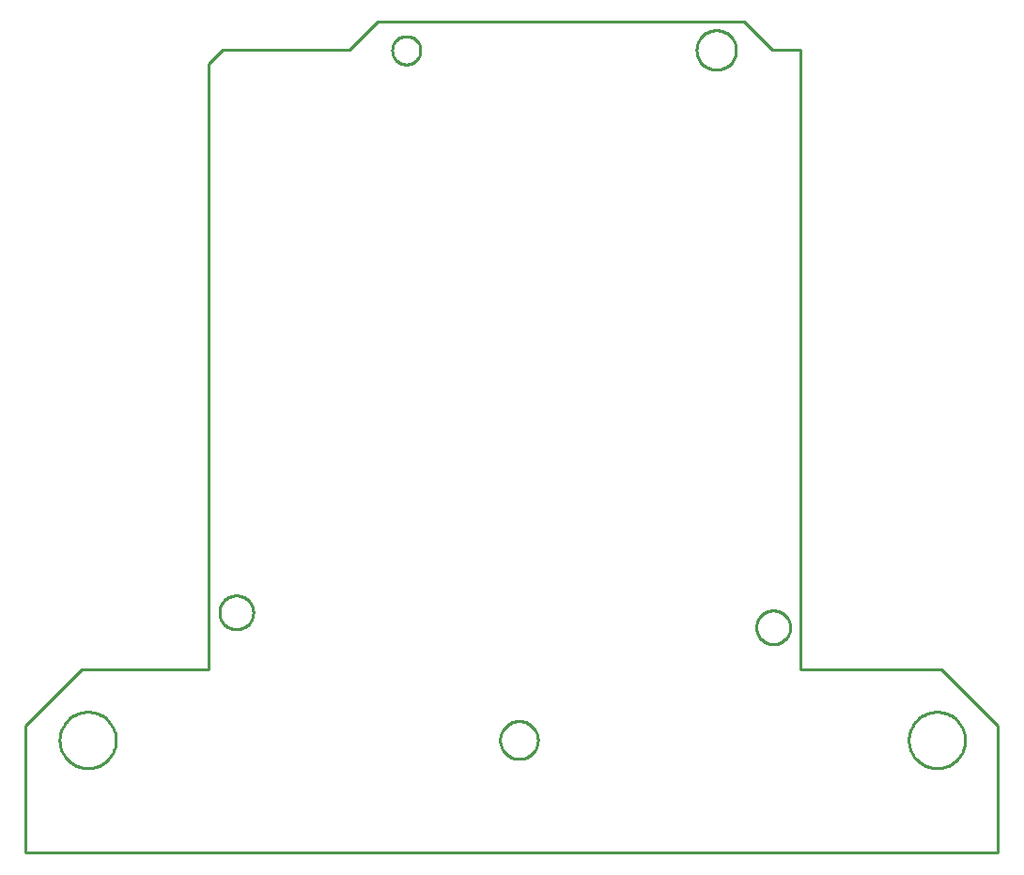
<source format=gbr>
G04 EAGLE Gerber X2 export*
%TF.Part,Single*%
%TF.FileFunction,Profile,NP*%
%TF.FilePolarity,Positive*%
%TF.GenerationSoftware,Autodesk,EAGLE,8.6.1*%
%TF.CreationDate,2018-05-08T23:05:54Z*%
G75*
%MOMM*%
%FSLAX34Y34*%
%LPD*%
%AMOC8*
5,1,8,0,0,1.08239X$1,22.5*%
G01*
%ADD10C,0.254000*%


D10*
X-127000Y-800100D02*
X749300Y-800100D01*
X749300Y-685800D01*
X698500Y-635000D01*
X571500Y-635000D01*
X571500Y-76200D01*
X546100Y-76200D01*
X520700Y-50800D01*
X190500Y-50800D01*
X165100Y-76200D01*
X50800Y-76200D01*
X38100Y-88900D01*
X38100Y-635000D01*
X-76200Y-635000D01*
X-127000Y-685800D01*
X-127000Y-800100D01*
X77978Y-583982D02*
X77900Y-585068D01*
X77745Y-586146D01*
X77514Y-587209D01*
X77207Y-588254D01*
X76827Y-589274D01*
X76375Y-590264D01*
X75853Y-591219D01*
X75264Y-592135D01*
X74612Y-593007D01*
X73899Y-593829D01*
X73129Y-594599D01*
X72307Y-595312D01*
X71435Y-595964D01*
X70519Y-596553D01*
X69564Y-597075D01*
X68574Y-597527D01*
X67554Y-597907D01*
X66509Y-598214D01*
X65446Y-598445D01*
X64368Y-598600D01*
X63282Y-598678D01*
X62194Y-598678D01*
X61108Y-598600D01*
X60030Y-598445D01*
X58967Y-598214D01*
X57922Y-597907D01*
X56902Y-597527D01*
X55912Y-597075D01*
X54957Y-596553D01*
X54041Y-595964D01*
X53169Y-595312D01*
X52347Y-594599D01*
X51577Y-593829D01*
X50864Y-593007D01*
X50212Y-592135D01*
X49623Y-591219D01*
X49101Y-590264D01*
X48649Y-589274D01*
X48269Y-588254D01*
X47962Y-587209D01*
X47731Y-586146D01*
X47576Y-585068D01*
X47498Y-583982D01*
X47498Y-582894D01*
X47576Y-581808D01*
X47731Y-580730D01*
X47962Y-579667D01*
X48269Y-578622D01*
X48649Y-577602D01*
X49101Y-576612D01*
X49623Y-575657D01*
X50212Y-574741D01*
X50864Y-573869D01*
X51577Y-573047D01*
X52347Y-572277D01*
X53169Y-571564D01*
X54041Y-570912D01*
X54957Y-570323D01*
X55912Y-569801D01*
X56902Y-569349D01*
X57922Y-568969D01*
X58967Y-568662D01*
X60030Y-568431D01*
X61108Y-568276D01*
X62194Y-568198D01*
X63282Y-568198D01*
X64368Y-568276D01*
X65446Y-568431D01*
X66509Y-568662D01*
X67554Y-568969D01*
X68574Y-569349D01*
X69564Y-569801D01*
X70519Y-570323D01*
X71435Y-570912D01*
X72307Y-571564D01*
X73129Y-572277D01*
X73899Y-573047D01*
X74612Y-573869D01*
X75264Y-574741D01*
X75853Y-575657D01*
X76375Y-576612D01*
X76827Y-577602D01*
X77207Y-578622D01*
X77514Y-579667D01*
X77745Y-580730D01*
X77900Y-581808D01*
X77978Y-582894D01*
X77978Y-583982D01*
X561848Y-597444D02*
X561770Y-598530D01*
X561615Y-599608D01*
X561384Y-600671D01*
X561077Y-601716D01*
X560697Y-602736D01*
X560245Y-603726D01*
X559723Y-604681D01*
X559134Y-605597D01*
X558482Y-606469D01*
X557769Y-607291D01*
X556999Y-608061D01*
X556177Y-608774D01*
X555305Y-609426D01*
X554389Y-610015D01*
X553434Y-610537D01*
X552444Y-610989D01*
X551424Y-611369D01*
X550379Y-611676D01*
X549316Y-611907D01*
X548238Y-612062D01*
X547152Y-612140D01*
X546064Y-612140D01*
X544978Y-612062D01*
X543900Y-611907D01*
X542837Y-611676D01*
X541792Y-611369D01*
X540772Y-610989D01*
X539782Y-610537D01*
X538827Y-610015D01*
X537911Y-609426D01*
X537039Y-608774D01*
X536217Y-608061D01*
X535447Y-607291D01*
X534734Y-606469D01*
X534082Y-605597D01*
X533493Y-604681D01*
X532971Y-603726D01*
X532519Y-602736D01*
X532139Y-601716D01*
X531832Y-600671D01*
X531601Y-599608D01*
X531446Y-598530D01*
X531368Y-597444D01*
X531368Y-596356D01*
X531446Y-595270D01*
X531601Y-594192D01*
X531832Y-593129D01*
X532139Y-592084D01*
X532519Y-591064D01*
X532971Y-590074D01*
X533493Y-589119D01*
X534082Y-588203D01*
X534734Y-587331D01*
X535447Y-586509D01*
X536217Y-585739D01*
X537039Y-585026D01*
X537911Y-584374D01*
X538827Y-583785D01*
X539782Y-583263D01*
X540772Y-582811D01*
X541792Y-582431D01*
X542837Y-582124D01*
X543900Y-581893D01*
X544978Y-581738D01*
X546064Y-581660D01*
X547152Y-581660D01*
X548238Y-581738D01*
X549316Y-581893D01*
X550379Y-582124D01*
X551424Y-582431D01*
X552444Y-582811D01*
X553434Y-583263D01*
X554389Y-583785D01*
X555305Y-584374D01*
X556177Y-585026D01*
X556999Y-585739D01*
X557769Y-586509D01*
X558482Y-587331D01*
X559134Y-588203D01*
X559723Y-589119D01*
X560245Y-590074D01*
X560697Y-591064D01*
X561077Y-592084D01*
X561384Y-593129D01*
X561615Y-594192D01*
X561770Y-595270D01*
X561848Y-596356D01*
X561848Y-597444D01*
X513080Y-76782D02*
X513004Y-77944D01*
X512852Y-79098D01*
X512625Y-80240D01*
X512324Y-81364D01*
X511949Y-82466D01*
X511504Y-83542D01*
X510989Y-84586D01*
X510407Y-85594D01*
X509760Y-86562D01*
X509052Y-87486D01*
X508284Y-88361D01*
X507461Y-89184D01*
X506586Y-89952D01*
X505662Y-90660D01*
X504694Y-91307D01*
X503686Y-91889D01*
X502642Y-92404D01*
X501566Y-92849D01*
X500464Y-93224D01*
X499340Y-93525D01*
X498198Y-93752D01*
X497044Y-93904D01*
X495882Y-93980D01*
X494718Y-93980D01*
X493556Y-93904D01*
X492402Y-93752D01*
X491260Y-93525D01*
X490136Y-93224D01*
X489034Y-92849D01*
X487958Y-92404D01*
X486914Y-91889D01*
X485906Y-91307D01*
X484938Y-90660D01*
X484014Y-89952D01*
X483139Y-89184D01*
X482316Y-88361D01*
X481549Y-87486D01*
X480840Y-86562D01*
X480193Y-85594D01*
X479611Y-84586D01*
X479096Y-83542D01*
X478651Y-82466D01*
X478277Y-81364D01*
X477975Y-80240D01*
X477748Y-79098D01*
X477596Y-77944D01*
X477520Y-76782D01*
X477520Y-75618D01*
X477596Y-74456D01*
X477748Y-73302D01*
X477975Y-72160D01*
X478277Y-71036D01*
X478651Y-69934D01*
X479096Y-68858D01*
X479611Y-67814D01*
X480193Y-66806D01*
X480840Y-65838D01*
X481549Y-64914D01*
X482316Y-64039D01*
X483139Y-63216D01*
X484014Y-62449D01*
X484938Y-61740D01*
X485906Y-61093D01*
X486914Y-60511D01*
X487958Y-59996D01*
X489034Y-59551D01*
X490136Y-59177D01*
X491260Y-58875D01*
X492402Y-58648D01*
X493556Y-58496D01*
X494718Y-58420D01*
X495882Y-58420D01*
X497044Y-58496D01*
X498198Y-58648D01*
X499340Y-58875D01*
X500464Y-59177D01*
X501566Y-59551D01*
X502642Y-59996D01*
X503686Y-60511D01*
X504694Y-61093D01*
X505662Y-61740D01*
X506586Y-62449D01*
X507461Y-63216D01*
X508284Y-64039D01*
X509052Y-64914D01*
X509760Y-65838D01*
X510407Y-66806D01*
X510989Y-67814D01*
X511504Y-68858D01*
X511949Y-69934D01*
X512324Y-71036D01*
X512625Y-72160D01*
X512852Y-73302D01*
X513004Y-74456D01*
X513080Y-75618D01*
X513080Y-76782D01*
X228600Y-76953D02*
X228522Y-77948D01*
X228366Y-78934D01*
X228133Y-79904D01*
X227824Y-80853D01*
X227442Y-81775D01*
X226989Y-82664D01*
X226468Y-83515D01*
X225881Y-84323D01*
X225233Y-85081D01*
X224527Y-85787D01*
X223769Y-86435D01*
X222961Y-87022D01*
X222110Y-87543D01*
X221221Y-87996D01*
X220299Y-88378D01*
X219350Y-88687D01*
X218380Y-88920D01*
X217394Y-89076D01*
X216399Y-89154D01*
X215401Y-89154D01*
X214406Y-89076D01*
X213420Y-88920D01*
X212450Y-88687D01*
X211501Y-88378D01*
X210579Y-87996D01*
X209690Y-87543D01*
X208839Y-87022D01*
X208031Y-86435D01*
X207273Y-85787D01*
X206567Y-85081D01*
X205919Y-84323D01*
X205332Y-83515D01*
X204811Y-82664D01*
X204358Y-81775D01*
X203976Y-80853D01*
X203667Y-79904D01*
X203434Y-78934D01*
X203278Y-77948D01*
X203200Y-76953D01*
X203200Y-75955D01*
X203278Y-74960D01*
X203434Y-73974D01*
X203667Y-73004D01*
X203976Y-72055D01*
X204358Y-71133D01*
X204811Y-70244D01*
X205332Y-69393D01*
X205919Y-68585D01*
X206567Y-67827D01*
X207273Y-67121D01*
X208031Y-66473D01*
X208839Y-65886D01*
X209690Y-65365D01*
X210579Y-64912D01*
X211501Y-64530D01*
X212450Y-64221D01*
X213420Y-63988D01*
X214406Y-63832D01*
X215401Y-63754D01*
X216399Y-63754D01*
X217394Y-63832D01*
X218380Y-63988D01*
X219350Y-64221D01*
X220299Y-64530D01*
X221221Y-64912D01*
X222110Y-65365D01*
X222961Y-65886D01*
X223769Y-66473D01*
X224527Y-67121D01*
X225233Y-67827D01*
X225881Y-68585D01*
X226468Y-69393D01*
X226989Y-70244D01*
X227442Y-71133D01*
X227824Y-72055D01*
X228133Y-73004D01*
X228366Y-73974D01*
X228522Y-74960D01*
X228600Y-75955D01*
X228600Y-76953D01*
X77978Y-583982D02*
X77900Y-585068D01*
X77745Y-586146D01*
X77514Y-587209D01*
X77207Y-588254D01*
X76827Y-589274D01*
X76375Y-590264D01*
X75853Y-591219D01*
X75264Y-592135D01*
X74612Y-593007D01*
X73899Y-593829D01*
X73129Y-594599D01*
X72307Y-595312D01*
X71435Y-595964D01*
X70519Y-596553D01*
X69564Y-597075D01*
X68574Y-597527D01*
X67554Y-597907D01*
X66509Y-598214D01*
X65446Y-598445D01*
X64368Y-598600D01*
X63282Y-598678D01*
X62194Y-598678D01*
X61108Y-598600D01*
X60030Y-598445D01*
X58967Y-598214D01*
X57922Y-597907D01*
X56902Y-597527D01*
X55912Y-597075D01*
X54957Y-596553D01*
X54041Y-595964D01*
X53169Y-595312D01*
X52347Y-594599D01*
X51577Y-593829D01*
X50864Y-593007D01*
X50212Y-592135D01*
X49623Y-591219D01*
X49101Y-590264D01*
X48649Y-589274D01*
X48269Y-588254D01*
X47962Y-587209D01*
X47731Y-586146D01*
X47576Y-585068D01*
X47498Y-583982D01*
X47498Y-582894D01*
X47576Y-581808D01*
X47731Y-580730D01*
X47962Y-579667D01*
X48269Y-578622D01*
X48649Y-577602D01*
X49101Y-576612D01*
X49623Y-575657D01*
X50212Y-574741D01*
X50864Y-573869D01*
X51577Y-573047D01*
X52347Y-572277D01*
X53169Y-571564D01*
X54041Y-570912D01*
X54957Y-570323D01*
X55912Y-569801D01*
X56902Y-569349D01*
X57922Y-568969D01*
X58967Y-568662D01*
X60030Y-568431D01*
X61108Y-568276D01*
X62194Y-568198D01*
X63282Y-568198D01*
X64368Y-568276D01*
X65446Y-568431D01*
X66509Y-568662D01*
X67554Y-568969D01*
X68574Y-569349D01*
X69564Y-569801D01*
X70519Y-570323D01*
X71435Y-570912D01*
X72307Y-571564D01*
X73129Y-572277D01*
X73899Y-573047D01*
X74612Y-573869D01*
X75264Y-574741D01*
X75853Y-575657D01*
X76375Y-576612D01*
X76827Y-577602D01*
X77207Y-578622D01*
X77514Y-579667D01*
X77745Y-580730D01*
X77900Y-581808D01*
X77978Y-582894D01*
X77978Y-583982D01*
X561848Y-597444D02*
X561770Y-598530D01*
X561615Y-599608D01*
X561384Y-600671D01*
X561077Y-601716D01*
X560697Y-602736D01*
X560245Y-603726D01*
X559723Y-604681D01*
X559134Y-605597D01*
X558482Y-606469D01*
X557769Y-607291D01*
X556999Y-608061D01*
X556177Y-608774D01*
X555305Y-609426D01*
X554389Y-610015D01*
X553434Y-610537D01*
X552444Y-610989D01*
X551424Y-611369D01*
X550379Y-611676D01*
X549316Y-611907D01*
X548238Y-612062D01*
X547152Y-612140D01*
X546064Y-612140D01*
X544978Y-612062D01*
X543900Y-611907D01*
X542837Y-611676D01*
X541792Y-611369D01*
X540772Y-610989D01*
X539782Y-610537D01*
X538827Y-610015D01*
X537911Y-609426D01*
X537039Y-608774D01*
X536217Y-608061D01*
X535447Y-607291D01*
X534734Y-606469D01*
X534082Y-605597D01*
X533493Y-604681D01*
X532971Y-603726D01*
X532519Y-602736D01*
X532139Y-601716D01*
X531832Y-600671D01*
X531601Y-599608D01*
X531446Y-598530D01*
X531368Y-597444D01*
X531368Y-596356D01*
X531446Y-595270D01*
X531601Y-594192D01*
X531832Y-593129D01*
X532139Y-592084D01*
X532519Y-591064D01*
X532971Y-590074D01*
X533493Y-589119D01*
X534082Y-588203D01*
X534734Y-587331D01*
X535447Y-586509D01*
X536217Y-585739D01*
X537039Y-585026D01*
X537911Y-584374D01*
X538827Y-583785D01*
X539782Y-583263D01*
X540772Y-582811D01*
X541792Y-582431D01*
X542837Y-582124D01*
X543900Y-581893D01*
X544978Y-581738D01*
X546064Y-581660D01*
X547152Y-581660D01*
X548238Y-581738D01*
X549316Y-581893D01*
X550379Y-582124D01*
X551424Y-582431D01*
X552444Y-582811D01*
X553434Y-583263D01*
X554389Y-583785D01*
X555305Y-584374D01*
X556177Y-585026D01*
X556999Y-585739D01*
X557769Y-586509D01*
X558482Y-587331D01*
X559134Y-588203D01*
X559723Y-589119D01*
X560245Y-590074D01*
X560697Y-591064D01*
X561077Y-592084D01*
X561384Y-593129D01*
X561615Y-594192D01*
X561770Y-595270D01*
X561848Y-596356D01*
X561848Y-597444D01*
X513080Y-76782D02*
X513004Y-77944D01*
X512852Y-79098D01*
X512625Y-80240D01*
X512324Y-81364D01*
X511949Y-82466D01*
X511504Y-83542D01*
X510989Y-84586D01*
X510407Y-85594D01*
X509760Y-86562D01*
X509052Y-87486D01*
X508284Y-88361D01*
X507461Y-89184D01*
X506586Y-89952D01*
X505662Y-90660D01*
X504694Y-91307D01*
X503686Y-91889D01*
X502642Y-92404D01*
X501566Y-92849D01*
X500464Y-93224D01*
X499340Y-93525D01*
X498198Y-93752D01*
X497044Y-93904D01*
X495882Y-93980D01*
X494718Y-93980D01*
X493556Y-93904D01*
X492402Y-93752D01*
X491260Y-93525D01*
X490136Y-93224D01*
X489034Y-92849D01*
X487958Y-92404D01*
X486914Y-91889D01*
X485906Y-91307D01*
X484938Y-90660D01*
X484014Y-89952D01*
X483139Y-89184D01*
X482316Y-88361D01*
X481549Y-87486D01*
X480840Y-86562D01*
X480193Y-85594D01*
X479611Y-84586D01*
X479096Y-83542D01*
X478651Y-82466D01*
X478277Y-81364D01*
X477975Y-80240D01*
X477748Y-79098D01*
X477596Y-77944D01*
X477520Y-76782D01*
X477520Y-75618D01*
X477596Y-74456D01*
X477748Y-73302D01*
X477975Y-72160D01*
X478277Y-71036D01*
X478651Y-69934D01*
X479096Y-68858D01*
X479611Y-67814D01*
X480193Y-66806D01*
X480840Y-65838D01*
X481549Y-64914D01*
X482316Y-64039D01*
X483139Y-63216D01*
X484014Y-62449D01*
X484938Y-61740D01*
X485906Y-61093D01*
X486914Y-60511D01*
X487958Y-59996D01*
X489034Y-59551D01*
X490136Y-59177D01*
X491260Y-58875D01*
X492402Y-58648D01*
X493556Y-58496D01*
X494718Y-58420D01*
X495882Y-58420D01*
X497044Y-58496D01*
X498198Y-58648D01*
X499340Y-58875D01*
X500464Y-59177D01*
X501566Y-59551D01*
X502642Y-59996D01*
X503686Y-60511D01*
X504694Y-61093D01*
X505662Y-61740D01*
X506586Y-62449D01*
X507461Y-63216D01*
X508284Y-64039D01*
X509052Y-64914D01*
X509760Y-65838D01*
X510407Y-66806D01*
X510989Y-67814D01*
X511504Y-68858D01*
X511949Y-69934D01*
X512324Y-71036D01*
X512625Y-72160D01*
X512852Y-73302D01*
X513004Y-74456D01*
X513080Y-75618D01*
X513080Y-76782D01*
X228600Y-76953D02*
X228522Y-77948D01*
X228366Y-78934D01*
X228133Y-79904D01*
X227824Y-80853D01*
X227442Y-81775D01*
X226989Y-82664D01*
X226468Y-83515D01*
X225881Y-84323D01*
X225233Y-85081D01*
X224527Y-85787D01*
X223769Y-86435D01*
X222961Y-87022D01*
X222110Y-87543D01*
X221221Y-87996D01*
X220299Y-88378D01*
X219350Y-88687D01*
X218380Y-88920D01*
X217394Y-89076D01*
X216399Y-89154D01*
X215401Y-89154D01*
X214406Y-89076D01*
X213420Y-88920D01*
X212450Y-88687D01*
X211501Y-88378D01*
X210579Y-87996D01*
X209690Y-87543D01*
X208839Y-87022D01*
X208031Y-86435D01*
X207273Y-85787D01*
X206567Y-85081D01*
X205919Y-84323D01*
X205332Y-83515D01*
X204811Y-82664D01*
X204358Y-81775D01*
X203976Y-80853D01*
X203667Y-79904D01*
X203434Y-78934D01*
X203278Y-77948D01*
X203200Y-76953D01*
X203200Y-75955D01*
X203278Y-74960D01*
X203434Y-73974D01*
X203667Y-73004D01*
X203976Y-72055D01*
X204358Y-71133D01*
X204811Y-70244D01*
X205332Y-69393D01*
X205919Y-68585D01*
X206567Y-67827D01*
X207273Y-67121D01*
X208031Y-66473D01*
X208839Y-65886D01*
X209690Y-65365D01*
X210579Y-64912D01*
X211501Y-64530D01*
X212450Y-64221D01*
X213420Y-63988D01*
X214406Y-63832D01*
X215401Y-63754D01*
X216399Y-63754D01*
X217394Y-63832D01*
X218380Y-63988D01*
X219350Y-64221D01*
X220299Y-64530D01*
X221221Y-64912D01*
X222110Y-65365D01*
X222961Y-65886D01*
X223769Y-66473D01*
X224527Y-67121D01*
X225233Y-67827D01*
X225881Y-68585D01*
X226468Y-69393D01*
X226989Y-70244D01*
X227442Y-71133D01*
X227824Y-72055D01*
X228133Y-73004D01*
X228366Y-73974D01*
X228522Y-74960D01*
X228600Y-75955D01*
X228600Y-76953D01*
X334518Y-699057D02*
X334445Y-700169D01*
X334300Y-701274D01*
X334082Y-702366D01*
X333794Y-703443D01*
X333436Y-704498D01*
X333009Y-705527D01*
X332517Y-706527D01*
X331959Y-707491D01*
X331340Y-708418D01*
X330662Y-709302D01*
X329927Y-710140D01*
X329140Y-710927D01*
X328302Y-711662D01*
X327418Y-712340D01*
X326491Y-712959D01*
X325527Y-713517D01*
X324527Y-714009D01*
X323498Y-714436D01*
X322443Y-714794D01*
X321366Y-715082D01*
X320274Y-715300D01*
X319169Y-715445D01*
X318057Y-715518D01*
X316943Y-715518D01*
X315831Y-715445D01*
X314726Y-715300D01*
X313634Y-715082D01*
X312557Y-714794D01*
X311502Y-714436D01*
X310473Y-714009D01*
X309473Y-713517D01*
X308509Y-712959D01*
X307582Y-712340D01*
X306698Y-711662D01*
X305860Y-710927D01*
X305073Y-710140D01*
X304338Y-709302D01*
X303660Y-708418D01*
X303041Y-707491D01*
X302483Y-706527D01*
X301991Y-705527D01*
X301564Y-704498D01*
X301206Y-703443D01*
X300918Y-702366D01*
X300700Y-701274D01*
X300555Y-700169D01*
X300482Y-699057D01*
X300482Y-697943D01*
X300555Y-696831D01*
X300700Y-695726D01*
X300918Y-694634D01*
X301206Y-693557D01*
X301564Y-692502D01*
X301991Y-691473D01*
X302483Y-690473D01*
X303041Y-689509D01*
X303660Y-688582D01*
X304338Y-687698D01*
X305073Y-686860D01*
X305860Y-686073D01*
X306698Y-685338D01*
X307582Y-684660D01*
X308509Y-684041D01*
X309473Y-683483D01*
X310473Y-682991D01*
X311502Y-682564D01*
X312557Y-682206D01*
X313634Y-681918D01*
X314726Y-681700D01*
X315831Y-681555D01*
X316943Y-681482D01*
X318057Y-681482D01*
X319169Y-681555D01*
X320274Y-681700D01*
X321366Y-681918D01*
X322443Y-682206D01*
X323498Y-682564D01*
X324527Y-682991D01*
X325527Y-683483D01*
X326491Y-684041D01*
X327418Y-684660D01*
X328302Y-685338D01*
X329140Y-686073D01*
X329927Y-686860D01*
X330662Y-687698D01*
X331340Y-688582D01*
X331959Y-689509D01*
X332517Y-690473D01*
X333009Y-691473D01*
X333436Y-692502D01*
X333794Y-693557D01*
X334082Y-694634D01*
X334300Y-695726D01*
X334445Y-696831D01*
X334518Y-697943D01*
X334518Y-699057D01*
X719582Y-699213D02*
X719502Y-700636D01*
X719343Y-702052D01*
X719104Y-703457D01*
X718787Y-704847D01*
X718392Y-706216D01*
X717921Y-707562D01*
X717376Y-708879D01*
X716757Y-710163D01*
X716068Y-711410D01*
X715310Y-712617D01*
X714485Y-713779D01*
X713596Y-714894D01*
X712646Y-715957D01*
X711639Y-716964D01*
X710576Y-717914D01*
X709461Y-718803D01*
X708299Y-719628D01*
X707092Y-720386D01*
X705845Y-721075D01*
X704561Y-721694D01*
X703244Y-722239D01*
X701898Y-722710D01*
X700529Y-723105D01*
X699139Y-723422D01*
X697734Y-723661D01*
X696318Y-723820D01*
X694895Y-723900D01*
X693469Y-723900D01*
X692046Y-723820D01*
X690630Y-723661D01*
X689225Y-723422D01*
X687835Y-723105D01*
X686466Y-722710D01*
X685120Y-722239D01*
X683803Y-721694D01*
X682519Y-721075D01*
X681272Y-720386D01*
X680065Y-719628D01*
X678903Y-718803D01*
X677788Y-717914D01*
X676725Y-716964D01*
X675718Y-715957D01*
X674768Y-714894D01*
X673879Y-713779D01*
X673054Y-712617D01*
X672296Y-711410D01*
X671607Y-710163D01*
X670988Y-708879D01*
X670443Y-707562D01*
X669972Y-706216D01*
X669577Y-704847D01*
X669260Y-703457D01*
X669022Y-702052D01*
X668862Y-700636D01*
X668782Y-699213D01*
X668782Y-697787D01*
X668862Y-696364D01*
X669022Y-694948D01*
X669260Y-693543D01*
X669577Y-692153D01*
X669972Y-690784D01*
X670443Y-689438D01*
X670988Y-688121D01*
X671607Y-686837D01*
X672296Y-685590D01*
X673054Y-684383D01*
X673879Y-683221D01*
X674768Y-682106D01*
X675718Y-681043D01*
X676725Y-680036D01*
X677788Y-679086D01*
X678903Y-678197D01*
X680065Y-677372D01*
X681272Y-676614D01*
X682519Y-675925D01*
X683803Y-675306D01*
X685120Y-674761D01*
X686466Y-674290D01*
X687835Y-673895D01*
X689225Y-673578D01*
X690630Y-673340D01*
X692046Y-673180D01*
X693469Y-673100D01*
X694895Y-673100D01*
X696318Y-673180D01*
X697734Y-673340D01*
X699139Y-673578D01*
X700529Y-673895D01*
X701898Y-674290D01*
X703244Y-674761D01*
X704561Y-675306D01*
X705845Y-675925D01*
X707092Y-676614D01*
X708299Y-677372D01*
X709461Y-678197D01*
X710576Y-679086D01*
X711639Y-680036D01*
X712646Y-681043D01*
X713596Y-682106D01*
X714485Y-683221D01*
X715310Y-684383D01*
X716068Y-685590D01*
X716757Y-686837D01*
X717376Y-688121D01*
X717921Y-689438D01*
X718392Y-690784D01*
X718787Y-692153D01*
X719104Y-693543D01*
X719343Y-694948D01*
X719502Y-696364D01*
X719582Y-697787D01*
X719582Y-699213D01*
X-45720Y-699213D02*
X-45800Y-700636D01*
X-45960Y-702052D01*
X-46198Y-703457D01*
X-46515Y-704847D01*
X-46910Y-706216D01*
X-47381Y-707562D01*
X-47926Y-708879D01*
X-48545Y-710163D01*
X-49234Y-711410D01*
X-49992Y-712617D01*
X-50817Y-713779D01*
X-51706Y-714894D01*
X-52656Y-715957D01*
X-53663Y-716964D01*
X-54726Y-717914D01*
X-55841Y-718803D01*
X-57003Y-719628D01*
X-58210Y-720386D01*
X-59457Y-721075D01*
X-60741Y-721694D01*
X-62058Y-722239D01*
X-63404Y-722710D01*
X-64773Y-723105D01*
X-66163Y-723422D01*
X-67568Y-723661D01*
X-68984Y-723820D01*
X-70407Y-723900D01*
X-71833Y-723900D01*
X-73256Y-723820D01*
X-74672Y-723661D01*
X-76077Y-723422D01*
X-77467Y-723105D01*
X-78836Y-722710D01*
X-80182Y-722239D01*
X-81499Y-721694D01*
X-82783Y-721075D01*
X-84030Y-720386D01*
X-85237Y-719628D01*
X-86399Y-718803D01*
X-87514Y-717914D01*
X-88577Y-716964D01*
X-89584Y-715957D01*
X-90534Y-714894D01*
X-91423Y-713779D01*
X-92248Y-712617D01*
X-93006Y-711410D01*
X-93695Y-710163D01*
X-94314Y-708879D01*
X-94859Y-707562D01*
X-95330Y-706216D01*
X-95725Y-704847D01*
X-96042Y-703457D01*
X-96281Y-702052D01*
X-96440Y-700636D01*
X-96520Y-699213D01*
X-96520Y-697787D01*
X-96440Y-696364D01*
X-96281Y-694948D01*
X-96042Y-693543D01*
X-95725Y-692153D01*
X-95330Y-690784D01*
X-94859Y-689438D01*
X-94314Y-688121D01*
X-93695Y-686837D01*
X-93006Y-685590D01*
X-92248Y-684383D01*
X-91423Y-683221D01*
X-90534Y-682106D01*
X-89584Y-681043D01*
X-88577Y-680036D01*
X-87514Y-679086D01*
X-86399Y-678197D01*
X-85237Y-677372D01*
X-84030Y-676614D01*
X-82783Y-675925D01*
X-81499Y-675306D01*
X-80182Y-674761D01*
X-78836Y-674290D01*
X-77467Y-673895D01*
X-76077Y-673578D01*
X-74672Y-673340D01*
X-73256Y-673180D01*
X-71833Y-673100D01*
X-70407Y-673100D01*
X-68984Y-673180D01*
X-67568Y-673340D01*
X-66163Y-673578D01*
X-64773Y-673895D01*
X-63404Y-674290D01*
X-62058Y-674761D01*
X-60741Y-675306D01*
X-59457Y-675925D01*
X-58210Y-676614D01*
X-57003Y-677372D01*
X-55841Y-678197D01*
X-54726Y-679086D01*
X-53663Y-680036D01*
X-52656Y-681043D01*
X-51706Y-682106D01*
X-50817Y-683221D01*
X-49992Y-684383D01*
X-49234Y-685590D01*
X-48545Y-686837D01*
X-47926Y-688121D01*
X-47381Y-689438D01*
X-46910Y-690784D01*
X-46515Y-692153D01*
X-46198Y-693543D01*
X-45960Y-694948D01*
X-45800Y-696364D01*
X-45720Y-697787D01*
X-45720Y-699213D01*
M02*

</source>
